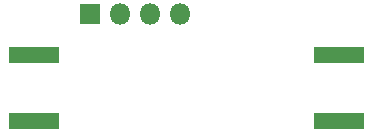
<source format=gbs>
G04 #@! TF.GenerationSoftware,KiCad,Pcbnew,5.1.6-c6e7f7d~86~ubuntu18.04.1*
G04 #@! TF.CreationDate,2020-07-08T19:00:52-04:00*
G04 #@! TF.ProjectId,rf-detector,72662d64-6574-4656-9374-6f722e6b6963,rev?*
G04 #@! TF.SameCoordinates,Original*
G04 #@! TF.FileFunction,Soldermask,Bot*
G04 #@! TF.FilePolarity,Negative*
%FSLAX46Y46*%
G04 Gerber Fmt 4.6, Leading zero omitted, Abs format (unit mm)*
G04 Created by KiCad (PCBNEW 5.1.6-c6e7f7d~86~ubuntu18.04.1) date 2020-07-08 19:00:52*
%MOMM*%
%LPD*%
G01*
G04 APERTURE LIST*
%ADD10R,1.800000X1.800000*%
%ADD11O,1.800000X1.800000*%
%ADD12R,4.300000X1.450000*%
G04 APERTURE END LIST*
D10*
G04 #@! TO.C,J3*
X103780000Y-88710000D03*
D11*
X106320000Y-88710000D03*
X108860000Y-88710000D03*
X111400000Y-88710000D03*
G04 #@! TD*
D12*
G04 #@! TO.C,J1*
X99100000Y-92175000D03*
X99100000Y-97825000D03*
G04 #@! TD*
G04 #@! TO.C,J2*
X124900000Y-92175000D03*
X124900000Y-97825000D03*
G04 #@! TD*
M02*

</source>
